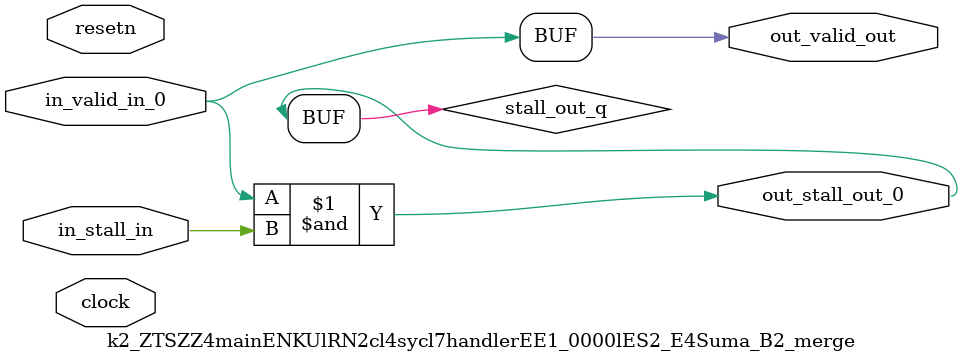
<source format=sv>



(* altera_attribute = "-name AUTO_SHIFT_REGISTER_RECOGNITION OFF; -name MESSAGE_DISABLE 10036; -name MESSAGE_DISABLE 10037; -name MESSAGE_DISABLE 14130; -name MESSAGE_DISABLE 14320; -name MESSAGE_DISABLE 15400; -name MESSAGE_DISABLE 14130; -name MESSAGE_DISABLE 10036; -name MESSAGE_DISABLE 12020; -name MESSAGE_DISABLE 12030; -name MESSAGE_DISABLE 12010; -name MESSAGE_DISABLE 12110; -name MESSAGE_DISABLE 14320; -name MESSAGE_DISABLE 13410; -name MESSAGE_DISABLE 113007; -name MESSAGE_DISABLE 10958" *)
module k2_ZTSZZ4mainENKUlRN2cl4sycl7handlerEE1_0000lES2_E4Suma_B2_merge (
    input wire [0:0] in_stall_in,
    input wire [0:0] in_valid_in_0,
    output wire [0:0] out_stall_out_0,
    output wire [0:0] out_valid_out,
    input wire clock,
    input wire resetn
    );

    wire [0:0] stall_out_q;


    // stall_out(LOGICAL,6)
    assign stall_out_q = in_valid_in_0 & in_stall_in;

    // out_stall_out_0(GPOUT,4)
    assign out_stall_out_0 = stall_out_q;

    // out_valid_out(GPOUT,5)
    assign out_valid_out = in_valid_in_0;

endmodule

</source>
